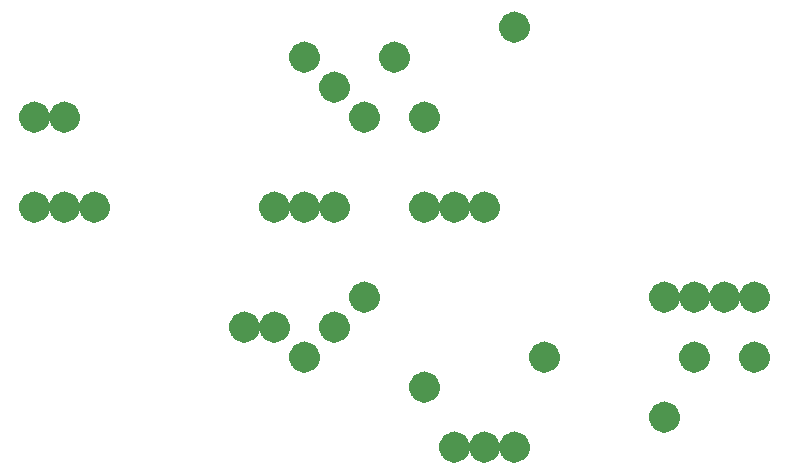
<source format=gbo>
G04 #@! TF.GenerationSoftware,KiCad,Pcbnew,8.0.6*
G04 #@! TF.CreationDate,2024-11-11T09:26:18+01:00*
G04 #@! TF.ProjectId,lmwb_lochraster_arduino_L293D,6c6d7762-5f6c-46f6-9368-726173746572,V.0.1*
G04 #@! TF.SameCoordinates,Original*
G04 #@! TF.FileFunction,Legend,Bot*
G04 #@! TF.FilePolarity,Positive*
%FSLAX46Y46*%
G04 Gerber Fmt 4.6, Leading zero omitted, Abs format (unit mm)*
G04 Created by KiCad (PCBNEW 8.0.6) date 2024-11-11 09:26:18*
%MOMM*%
%LPD*%
G01*
G04 APERTURE LIST*
%ADD10C,1.320000*%
%ADD11R,1.700000X1.700000*%
%ADD12O,1.700000X1.700000*%
%ADD13C,1.400000*%
%ADD14O,1.400000X1.400000*%
%ADD15R,1.600000X1.600000*%
%ADD16O,1.600000X1.600000*%
%ADD17R,1.800000X1.800000*%
%ADD18C,1.800000*%
G04 APERTURE END LIST*
D10*
X87020000Y-66040000D02*
G75*
G02*
X85700000Y-66040000I-660000J0D01*
G01*
X85700000Y-66040000D02*
G75*
G02*
X87020000Y-66040000I660000J0D01*
G01*
X71780000Y-58420000D02*
G75*
G02*
X70460000Y-58420000I-660000J0D01*
G01*
X70460000Y-58420000D02*
G75*
G02*
X71780000Y-58420000I660000J0D01*
G01*
X76860000Y-38100000D02*
G75*
G02*
X75540000Y-38100000I-660000J0D01*
G01*
X75540000Y-38100000D02*
G75*
G02*
X76860000Y-38100000I660000J0D01*
G01*
X69240000Y-55880000D02*
G75*
G02*
X67920000Y-55880000I-660000J0D01*
G01*
X67920000Y-55880000D02*
G75*
G02*
X69240000Y-55880000I660000J0D01*
G01*
X54000000Y-45720000D02*
G75*
G02*
X52680000Y-45720000I-660000J0D01*
G01*
X52680000Y-45720000D02*
G75*
G02*
X54000000Y-45720000I660000J0D01*
G01*
X89560000Y-30480000D02*
G75*
G02*
X88240000Y-30480000I-660000J0D01*
G01*
X88240000Y-30480000D02*
G75*
G02*
X89560000Y-30480000I660000J0D01*
G01*
X74320000Y-45720000D02*
G75*
G02*
X73000000Y-45720000I-660000J0D01*
G01*
X73000000Y-45720000D02*
G75*
G02*
X74320000Y-45720000I660000J0D01*
G01*
X89560000Y-66040000D02*
G75*
G02*
X88240000Y-66040000I-660000J0D01*
G01*
X88240000Y-66040000D02*
G75*
G02*
X89560000Y-66040000I660000J0D01*
G01*
X71780000Y-45720000D02*
G75*
G02*
X70460000Y-45720000I-660000J0D01*
G01*
X70460000Y-45720000D02*
G75*
G02*
X71780000Y-45720000I660000J0D01*
G01*
X107340000Y-53340000D02*
G75*
G02*
X106020000Y-53340000I-660000J0D01*
G01*
X106020000Y-53340000D02*
G75*
G02*
X107340000Y-53340000I660000J0D01*
G01*
X51460000Y-45720000D02*
G75*
G02*
X50140000Y-45720000I-660000J0D01*
G01*
X50140000Y-45720000D02*
G75*
G02*
X51460000Y-45720000I660000J0D01*
G01*
X92100000Y-58420000D02*
G75*
G02*
X90780000Y-58420000I-660000J0D01*
G01*
X90780000Y-58420000D02*
G75*
G02*
X92100000Y-58420000I660000J0D01*
G01*
X74320000Y-35560000D02*
G75*
G02*
X73000000Y-35560000I-660000J0D01*
G01*
X73000000Y-35560000D02*
G75*
G02*
X74320000Y-35560000I660000J0D01*
G01*
X48920000Y-45720000D02*
G75*
G02*
X47600000Y-45720000I-660000J0D01*
G01*
X47600000Y-45720000D02*
G75*
G02*
X48920000Y-45720000I660000J0D01*
G01*
X81940000Y-60960000D02*
G75*
G02*
X80620000Y-60960000I-660000J0D01*
G01*
X80620000Y-60960000D02*
G75*
G02*
X81940000Y-60960000I660000J0D01*
G01*
X102260000Y-63500000D02*
G75*
G02*
X100940000Y-63500000I-660000J0D01*
G01*
X100940000Y-63500000D02*
G75*
G02*
X102260000Y-63500000I660000J0D01*
G01*
X109880000Y-53340000D02*
G75*
G02*
X108560000Y-53340000I-660000J0D01*
G01*
X108560000Y-53340000D02*
G75*
G02*
X109880000Y-53340000I660000J0D01*
G01*
X84480000Y-66040000D02*
G75*
G02*
X83160000Y-66040000I-660000J0D01*
G01*
X83160000Y-66040000D02*
G75*
G02*
X84480000Y-66040000I660000J0D01*
G01*
X66700000Y-55880000D02*
G75*
G02*
X65380000Y-55880000I-660000J0D01*
G01*
X65380000Y-55880000D02*
G75*
G02*
X66700000Y-55880000I660000J0D01*
G01*
X104800000Y-58420000D02*
G75*
G02*
X103480000Y-58420000I-660000J0D01*
G01*
X103480000Y-58420000D02*
G75*
G02*
X104800000Y-58420000I660000J0D01*
G01*
X87020000Y-45720000D02*
G75*
G02*
X85700000Y-45720000I-660000J0D01*
G01*
X85700000Y-45720000D02*
G75*
G02*
X87020000Y-45720000I660000J0D01*
G01*
X79400000Y-33020000D02*
G75*
G02*
X78080000Y-33020000I-660000J0D01*
G01*
X78080000Y-33020000D02*
G75*
G02*
X79400000Y-33020000I660000J0D01*
G01*
X51460000Y-38100000D02*
G75*
G02*
X50140000Y-38100000I-660000J0D01*
G01*
X50140000Y-38100000D02*
G75*
G02*
X51460000Y-38100000I660000J0D01*
G01*
X48920000Y-38100000D02*
G75*
G02*
X47600000Y-38100000I-660000J0D01*
G01*
X47600000Y-38100000D02*
G75*
G02*
X48920000Y-38100000I660000J0D01*
G01*
X104800000Y-53340000D02*
G75*
G02*
X103480000Y-53340000I-660000J0D01*
G01*
X103480000Y-53340000D02*
G75*
G02*
X104800000Y-53340000I660000J0D01*
G01*
X81940000Y-45720000D02*
G75*
G02*
X80620000Y-45720000I-660000J0D01*
G01*
X80620000Y-45720000D02*
G75*
G02*
X81940000Y-45720000I660000J0D01*
G01*
X76860000Y-53340000D02*
G75*
G02*
X75540000Y-53340000I-660000J0D01*
G01*
X75540000Y-53340000D02*
G75*
G02*
X76860000Y-53340000I660000J0D01*
G01*
X84480000Y-45720000D02*
G75*
G02*
X83160000Y-45720000I-660000J0D01*
G01*
X83160000Y-45720000D02*
G75*
G02*
X84480000Y-45720000I660000J0D01*
G01*
X74320000Y-55880000D02*
G75*
G02*
X73000000Y-55880000I-660000J0D01*
G01*
X73000000Y-55880000D02*
G75*
G02*
X74320000Y-55880000I660000J0D01*
G01*
X102260000Y-53340000D02*
G75*
G02*
X100940000Y-53340000I-660000J0D01*
G01*
X100940000Y-53340000D02*
G75*
G02*
X102260000Y-53340000I660000J0D01*
G01*
X69240000Y-45720000D02*
G75*
G02*
X67920000Y-45720000I-660000J0D01*
G01*
X67920000Y-45720000D02*
G75*
G02*
X69240000Y-45720000I660000J0D01*
G01*
X81940000Y-38100000D02*
G75*
G02*
X80620000Y-38100000I-660000J0D01*
G01*
X80620000Y-38100000D02*
G75*
G02*
X81940000Y-38100000I660000J0D01*
G01*
X71780000Y-33020000D02*
G75*
G02*
X70460000Y-33020000I-660000J0D01*
G01*
X70460000Y-33020000D02*
G75*
G02*
X71780000Y-33020000I660000J0D01*
G01*
X109880000Y-58420000D02*
G75*
G02*
X108560000Y-58420000I-660000J0D01*
G01*
X108560000Y-58420000D02*
G75*
G02*
X109880000Y-58420000I660000J0D01*
G01*
%LPC*%
D11*
X72644000Y-76200000D03*
D12*
X75184000Y-76200000D03*
X77724000Y-76200000D03*
X80264000Y-76200000D03*
X82804000Y-76200000D03*
X85344000Y-76200000D03*
X87884000Y-76200000D03*
X90424000Y-76200000D03*
D11*
X95504000Y-76200000D03*
D12*
X98044000Y-76200000D03*
X100584000Y-76200000D03*
X103124000Y-76200000D03*
X105664000Y-76200000D03*
X108204000Y-76200000D03*
D11*
X63500000Y-27940000D03*
D12*
X66040000Y-27940000D03*
X68580000Y-27940000D03*
X71120000Y-27940000D03*
X73660000Y-27940000D03*
X76200000Y-27940000D03*
X78740000Y-27940000D03*
X81280000Y-27940000D03*
X83820000Y-27940000D03*
X86360000Y-27940000D03*
D11*
X90424000Y-27940000D03*
D12*
X92964000Y-27940000D03*
X95504000Y-27940000D03*
X98044000Y-27940000D03*
X100584000Y-27940000D03*
X103124000Y-27940000D03*
X105664000Y-27940000D03*
X108204000Y-27940000D03*
D11*
X101600000Y-68580000D03*
D12*
X104140000Y-68580000D03*
X106680000Y-68580000D03*
X109220000Y-68580000D03*
D11*
X101600000Y-43180000D03*
D12*
X104140000Y-43180000D03*
X106679999Y-43180000D03*
X109220000Y-43180000D03*
D13*
X50850000Y-40640000D03*
D14*
X55929999Y-40640000D03*
D15*
X68580000Y-50800000D03*
D16*
X71120000Y-50800000D03*
X73659999Y-50800000D03*
X76200000Y-50800000D03*
X78740000Y-50800000D03*
X81280000Y-50800000D03*
X83820000Y-50800000D03*
X86360001Y-50800000D03*
X86360000Y-43180000D03*
X83820000Y-43180000D03*
X81280000Y-43180000D03*
X78740000Y-43180000D03*
X76200000Y-43180000D03*
X73660000Y-43180000D03*
X71120000Y-43180000D03*
X68580000Y-43180000D03*
D13*
X50800000Y-27940000D03*
D14*
X55879999Y-27940000D03*
D11*
X66040000Y-76200000D03*
D12*
X68580000Y-76200000D03*
D17*
X50800000Y-33020000D03*
D18*
X48260000Y-33020000D03*
D13*
X111760000Y-60960000D03*
D14*
X106680001Y-60960000D03*
D13*
X104140000Y-63500000D03*
D14*
X109220000Y-63500000D03*
D17*
X50800000Y-43180000D03*
D18*
X48260000Y-43180000D03*
D11*
X48260001Y-49530000D03*
D12*
X50800001Y-49530000D03*
X53340000Y-49530000D03*
X55880001Y-49530000D03*
D11*
X101600000Y-55880000D03*
D12*
X104140000Y-55880000D03*
X106679999Y-55880000D03*
X109220000Y-55880000D03*
%LPD*%
M02*

</source>
